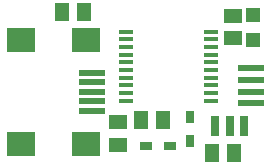
<source format=gbr>
G04 EAGLE Gerber RS-274X export*
G75*
%MOMM*%
%FSLAX34Y34*%
%LPD*%
%INSolderpaste Top*%
%IPPOS*%
%AMOC8*
5,1,8,0,0,1.08239X$1,22.5*%
G01*
%ADD10R,1.500000X1.300000*%
%ADD11R,1.300000X1.500000*%
%ADD12R,2.300000X0.600000*%
%ADD13R,1.270000X0.304800*%
%ADD14R,2.400000X2.000000*%
%ADD15R,2.308000X0.500000*%
%ADD16R,1.000000X0.800000*%
%ADD17R,0.800000X1.000000*%
%ADD18R,1.200000X1.200000*%
%ADD19R,0.700000X1.700000*%


D10*
X50800Y42570D03*
X50800Y61570D03*
D11*
X130200Y35560D03*
X149200Y35560D03*
D12*
X163530Y77710D03*
X163530Y87710D03*
X163530Y97710D03*
X163530Y107710D03*
D13*
X130158Y79970D03*
X130158Y86470D03*
X130158Y92970D03*
X130158Y99470D03*
X130158Y105970D03*
X130158Y112470D03*
X130158Y118970D03*
X130158Y125470D03*
X130158Y131970D03*
X130158Y138470D03*
X57802Y138470D03*
X57802Y131970D03*
X57802Y125470D03*
X57802Y118970D03*
X57802Y112470D03*
X57802Y105970D03*
X57802Y99470D03*
X57802Y92970D03*
X57802Y86470D03*
X57802Y79970D03*
D14*
X23570Y131630D03*
D15*
X29210Y103630D03*
X29210Y95630D03*
X29210Y87630D03*
X29210Y79630D03*
X29210Y71630D03*
D14*
X-31430Y131630D03*
X23570Y43630D03*
X-31430Y43630D03*
D16*
X75090Y41910D03*
X95090Y41910D03*
D17*
X111760Y65880D03*
X111760Y45880D03*
D18*
X165100Y152740D03*
X165100Y131740D03*
D10*
X148590Y132740D03*
X148590Y151740D03*
D11*
X89510Y63500D03*
X70510Y63500D03*
X22200Y154940D03*
X3200Y154940D03*
D19*
X133415Y58420D03*
X145415Y58420D03*
X157415Y58420D03*
M02*

</source>
